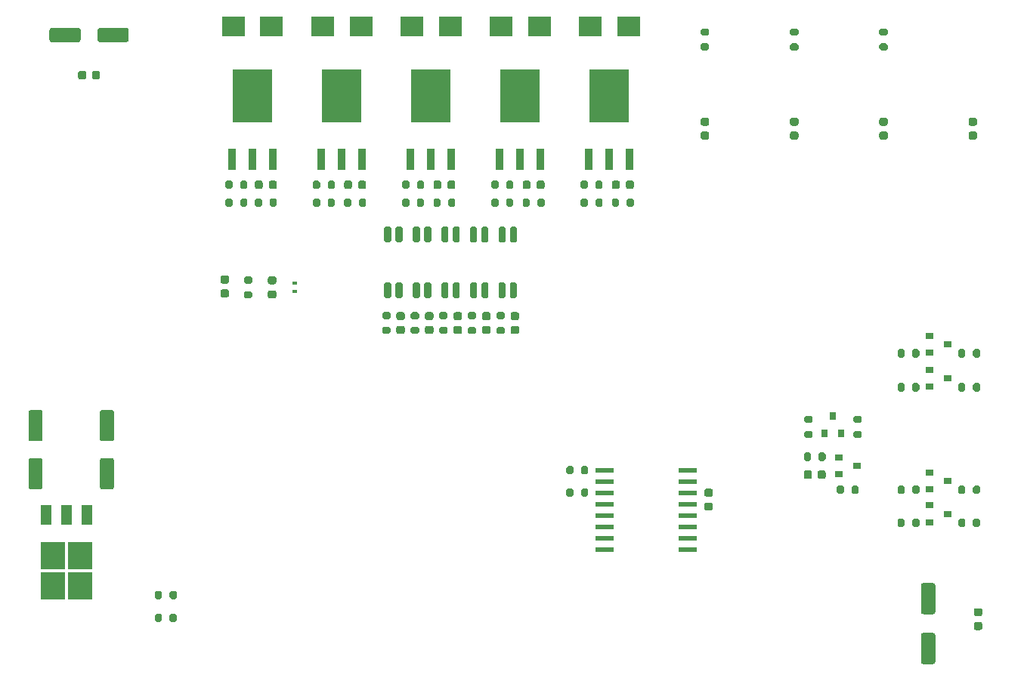
<source format=gtp>
%TF.GenerationSoftware,KiCad,Pcbnew,5.1.9-73d0e3b20d~88~ubuntu20.04.1*%
%TF.CreationDate,2021-10-11T11:35:55+05:30*%
%TF.ProjectId,vayuO2,76617975-4f32-42e6-9b69-6361645f7063,rev 2*%
%TF.SameCoordinates,Original*%
%TF.FileFunction,Paste,Top*%
%TF.FilePolarity,Positive*%
%FSLAX46Y46*%
G04 Gerber Fmt 4.6, Leading zero omitted, Abs format (unit mm)*
G04 Created by KiCad (PCBNEW 5.1.9-73d0e3b20d~88~ubuntu20.04.1) date 2021-10-11 11:35:55*
%MOMM*%
%LPD*%
G01*
G04 APERTURE LIST*
%ADD10R,0.900000X0.800000*%
%ADD11R,0.939800X2.489200*%
%ADD12R,4.368800X5.918200*%
%ADD13R,1.200000X2.200000*%
%ADD14R,2.750000X3.050000*%
%ADD15R,0.600000X0.400000*%
%ADD16R,1.998980X0.599440*%
%ADD17R,0.800000X0.900000*%
%ADD18R,2.500000X2.300000*%
G04 APERTURE END LIST*
D10*
X157200000Y-114000000D03*
X155200000Y-114950000D03*
X155200000Y-113050000D03*
X147000000Y-112300000D03*
X145000000Y-113250000D03*
X145000000Y-111350000D03*
G36*
G01*
X150275000Y-64075000D02*
X149725000Y-64075000D01*
G75*
G02*
X149525000Y-63875000I0J200000D01*
G01*
X149525000Y-63475000D01*
G75*
G02*
X149725000Y-63275000I200000J0D01*
G01*
X150275000Y-63275000D01*
G75*
G02*
X150475000Y-63475000I0J-200000D01*
G01*
X150475000Y-63875000D01*
G75*
G02*
X150275000Y-64075000I-200000J0D01*
G01*
G37*
G36*
G01*
X150275000Y-65725000D02*
X149725000Y-65725000D01*
G75*
G02*
X149525000Y-65525000I0J200000D01*
G01*
X149525000Y-65125000D01*
G75*
G02*
X149725000Y-64925000I200000J0D01*
G01*
X150275000Y-64925000D01*
G75*
G02*
X150475000Y-65125000I0J-200000D01*
G01*
X150475000Y-65525000D01*
G75*
G02*
X150275000Y-65725000I-200000J0D01*
G01*
G37*
G36*
G01*
X155550000Y-128950000D02*
X154450000Y-128950000D01*
G75*
G02*
X154200000Y-128700000I0J250000D01*
G01*
X154200000Y-125700000D01*
G75*
G02*
X154450000Y-125450000I250000J0D01*
G01*
X155550000Y-125450000D01*
G75*
G02*
X155800000Y-125700000I0J-250000D01*
G01*
X155800000Y-128700000D01*
G75*
G02*
X155550000Y-128950000I-250000J0D01*
G01*
G37*
G36*
G01*
X155550000Y-134550000D02*
X154450000Y-134550000D01*
G75*
G02*
X154200000Y-134300000I0J250000D01*
G01*
X154200000Y-131300000D01*
G75*
G02*
X154450000Y-131050000I250000J0D01*
G01*
X155550000Y-131050000D01*
G75*
G02*
X155800000Y-131300000I0J-250000D01*
G01*
X155800000Y-134300000D01*
G75*
G02*
X155550000Y-134550000I-250000J0D01*
G01*
G37*
G36*
G01*
X104265000Y-93525000D02*
X103865000Y-93525000D01*
G75*
G02*
X103665000Y-93325000I0J200000D01*
G01*
X103665000Y-91925000D01*
G75*
G02*
X103865000Y-91725000I200000J0D01*
G01*
X104265000Y-91725000D01*
G75*
G02*
X104465000Y-91925000I0J-200000D01*
G01*
X104465000Y-93325000D01*
G75*
G02*
X104265000Y-93525000I-200000J0D01*
G01*
G37*
G36*
G01*
X105535000Y-93525000D02*
X105135000Y-93525000D01*
G75*
G02*
X104935000Y-93325000I0J200000D01*
G01*
X104935000Y-91925000D01*
G75*
G02*
X105135000Y-91725000I200000J0D01*
G01*
X105535000Y-91725000D01*
G75*
G02*
X105735000Y-91925000I0J-200000D01*
G01*
X105735000Y-93325000D01*
G75*
G02*
X105535000Y-93525000I-200000J0D01*
G01*
G37*
G36*
G01*
X105535000Y-87275000D02*
X105135000Y-87275000D01*
G75*
G02*
X104935000Y-87075000I0J200000D01*
G01*
X104935000Y-85675000D01*
G75*
G02*
X105135000Y-85475000I200000J0D01*
G01*
X105535000Y-85475000D01*
G75*
G02*
X105735000Y-85675000I0J-200000D01*
G01*
X105735000Y-87075000D01*
G75*
G02*
X105535000Y-87275000I-200000J0D01*
G01*
G37*
G36*
G01*
X104265000Y-87275000D02*
X103865000Y-87275000D01*
G75*
G02*
X103665000Y-87075000I0J200000D01*
G01*
X103665000Y-85675000D01*
G75*
G02*
X103865000Y-85475000I200000J0D01*
G01*
X104265000Y-85475000D01*
G75*
G02*
X104465000Y-85675000I0J-200000D01*
G01*
X104465000Y-87075000D01*
G75*
G02*
X104265000Y-87275000I-200000J0D01*
G01*
G37*
G36*
G01*
X101065000Y-93525000D02*
X100665000Y-93525000D01*
G75*
G02*
X100465000Y-93325000I0J200000D01*
G01*
X100465000Y-91925000D01*
G75*
G02*
X100665000Y-91725000I200000J0D01*
G01*
X101065000Y-91725000D01*
G75*
G02*
X101265000Y-91925000I0J-200000D01*
G01*
X101265000Y-93325000D01*
G75*
G02*
X101065000Y-93525000I-200000J0D01*
G01*
G37*
G36*
G01*
X102335000Y-93525000D02*
X101935000Y-93525000D01*
G75*
G02*
X101735000Y-93325000I0J200000D01*
G01*
X101735000Y-91925000D01*
G75*
G02*
X101935000Y-91725000I200000J0D01*
G01*
X102335000Y-91725000D01*
G75*
G02*
X102535000Y-91925000I0J-200000D01*
G01*
X102535000Y-93325000D01*
G75*
G02*
X102335000Y-93525000I-200000J0D01*
G01*
G37*
G36*
G01*
X102335000Y-87275000D02*
X101935000Y-87275000D01*
G75*
G02*
X101735000Y-87075000I0J200000D01*
G01*
X101735000Y-85675000D01*
G75*
G02*
X101935000Y-85475000I200000J0D01*
G01*
X102335000Y-85475000D01*
G75*
G02*
X102535000Y-85675000I0J-200000D01*
G01*
X102535000Y-87075000D01*
G75*
G02*
X102335000Y-87275000I-200000J0D01*
G01*
G37*
G36*
G01*
X101065000Y-87275000D02*
X100665000Y-87275000D01*
G75*
G02*
X100465000Y-87075000I0J200000D01*
G01*
X100465000Y-85675000D01*
G75*
G02*
X100665000Y-85475000I200000J0D01*
G01*
X101065000Y-85475000D01*
G75*
G02*
X101265000Y-85675000I0J-200000D01*
G01*
X101265000Y-87075000D01*
G75*
G02*
X101065000Y-87275000I-200000J0D01*
G01*
G37*
G36*
G01*
X97865000Y-93525000D02*
X97465000Y-93525000D01*
G75*
G02*
X97265000Y-93325000I0J200000D01*
G01*
X97265000Y-91925000D01*
G75*
G02*
X97465000Y-91725000I200000J0D01*
G01*
X97865000Y-91725000D01*
G75*
G02*
X98065000Y-91925000I0J-200000D01*
G01*
X98065000Y-93325000D01*
G75*
G02*
X97865000Y-93525000I-200000J0D01*
G01*
G37*
G36*
G01*
X99135000Y-93525000D02*
X98735000Y-93525000D01*
G75*
G02*
X98535000Y-93325000I0J200000D01*
G01*
X98535000Y-91925000D01*
G75*
G02*
X98735000Y-91725000I200000J0D01*
G01*
X99135000Y-91725000D01*
G75*
G02*
X99335000Y-91925000I0J-200000D01*
G01*
X99335000Y-93325000D01*
G75*
G02*
X99135000Y-93525000I-200000J0D01*
G01*
G37*
G36*
G01*
X99135000Y-87275000D02*
X98735000Y-87275000D01*
G75*
G02*
X98535000Y-87075000I0J200000D01*
G01*
X98535000Y-85675000D01*
G75*
G02*
X98735000Y-85475000I200000J0D01*
G01*
X99135000Y-85475000D01*
G75*
G02*
X99335000Y-85675000I0J-200000D01*
G01*
X99335000Y-87075000D01*
G75*
G02*
X99135000Y-87275000I-200000J0D01*
G01*
G37*
G36*
G01*
X97865000Y-87275000D02*
X97465000Y-87275000D01*
G75*
G02*
X97265000Y-87075000I0J200000D01*
G01*
X97265000Y-85675000D01*
G75*
G02*
X97465000Y-85475000I200000J0D01*
G01*
X97865000Y-85475000D01*
G75*
G02*
X98065000Y-85675000I0J-200000D01*
G01*
X98065000Y-87075000D01*
G75*
G02*
X97865000Y-87275000I-200000J0D01*
G01*
G37*
G36*
G01*
X94665000Y-93525000D02*
X94265000Y-93525000D01*
G75*
G02*
X94065000Y-93325000I0J200000D01*
G01*
X94065000Y-91925000D01*
G75*
G02*
X94265000Y-91725000I200000J0D01*
G01*
X94665000Y-91725000D01*
G75*
G02*
X94865000Y-91925000I0J-200000D01*
G01*
X94865000Y-93325000D01*
G75*
G02*
X94665000Y-93525000I-200000J0D01*
G01*
G37*
G36*
G01*
X95935000Y-93525000D02*
X95535000Y-93525000D01*
G75*
G02*
X95335000Y-93325000I0J200000D01*
G01*
X95335000Y-91925000D01*
G75*
G02*
X95535000Y-91725000I200000J0D01*
G01*
X95935000Y-91725000D01*
G75*
G02*
X96135000Y-91925000I0J-200000D01*
G01*
X96135000Y-93325000D01*
G75*
G02*
X95935000Y-93525000I-200000J0D01*
G01*
G37*
G36*
G01*
X95935000Y-87275000D02*
X95535000Y-87275000D01*
G75*
G02*
X95335000Y-87075000I0J200000D01*
G01*
X95335000Y-85675000D01*
G75*
G02*
X95535000Y-85475000I200000J0D01*
G01*
X95935000Y-85475000D01*
G75*
G02*
X96135000Y-85675000I0J-200000D01*
G01*
X96135000Y-87075000D01*
G75*
G02*
X95935000Y-87275000I-200000J0D01*
G01*
G37*
G36*
G01*
X94665000Y-87275000D02*
X94265000Y-87275000D01*
G75*
G02*
X94065000Y-87075000I0J200000D01*
G01*
X94065000Y-85675000D01*
G75*
G02*
X94265000Y-85475000I200000J0D01*
G01*
X94665000Y-85475000D01*
G75*
G02*
X94865000Y-85675000I0J-200000D01*
G01*
X94865000Y-87075000D01*
G75*
G02*
X94665000Y-87275000I-200000J0D01*
G01*
G37*
G36*
G01*
X107465000Y-93525000D02*
X107065000Y-93525000D01*
G75*
G02*
X106865000Y-93325000I0J200000D01*
G01*
X106865000Y-91925000D01*
G75*
G02*
X107065000Y-91725000I200000J0D01*
G01*
X107465000Y-91725000D01*
G75*
G02*
X107665000Y-91925000I0J-200000D01*
G01*
X107665000Y-93325000D01*
G75*
G02*
X107465000Y-93525000I-200000J0D01*
G01*
G37*
G36*
G01*
X108735000Y-93525000D02*
X108335000Y-93525000D01*
G75*
G02*
X108135000Y-93325000I0J200000D01*
G01*
X108135000Y-91925000D01*
G75*
G02*
X108335000Y-91725000I200000J0D01*
G01*
X108735000Y-91725000D01*
G75*
G02*
X108935000Y-91925000I0J-200000D01*
G01*
X108935000Y-93325000D01*
G75*
G02*
X108735000Y-93525000I-200000J0D01*
G01*
G37*
G36*
G01*
X108735000Y-87275000D02*
X108335000Y-87275000D01*
G75*
G02*
X108135000Y-87075000I0J200000D01*
G01*
X108135000Y-85675000D01*
G75*
G02*
X108335000Y-85475000I200000J0D01*
G01*
X108735000Y-85475000D01*
G75*
G02*
X108935000Y-85675000I0J-200000D01*
G01*
X108935000Y-87075000D01*
G75*
G02*
X108735000Y-87275000I-200000J0D01*
G01*
G37*
G36*
G01*
X107465000Y-87275000D02*
X107065000Y-87275000D01*
G75*
G02*
X106865000Y-87075000I0J200000D01*
G01*
X106865000Y-85675000D01*
G75*
G02*
X107065000Y-85475000I200000J0D01*
G01*
X107465000Y-85475000D01*
G75*
G02*
X107665000Y-85675000I0J-200000D01*
G01*
X107665000Y-87075000D01*
G75*
G02*
X107465000Y-87275000I-200000J0D01*
G01*
G37*
G36*
G01*
X63550000Y-109550000D02*
X62450000Y-109550000D01*
G75*
G02*
X62200000Y-109300000I0J250000D01*
G01*
X62200000Y-106300000D01*
G75*
G02*
X62450000Y-106050000I250000J0D01*
G01*
X63550000Y-106050000D01*
G75*
G02*
X63800000Y-106300000I0J-250000D01*
G01*
X63800000Y-109300000D01*
G75*
G02*
X63550000Y-109550000I-250000J0D01*
G01*
G37*
G36*
G01*
X63550000Y-114950000D02*
X62450000Y-114950000D01*
G75*
G02*
X62200000Y-114700000I0J250000D01*
G01*
X62200000Y-111700000D01*
G75*
G02*
X62450000Y-111450000I250000J0D01*
G01*
X63550000Y-111450000D01*
G75*
G02*
X63800000Y-111700000I0J-250000D01*
G01*
X63800000Y-114700000D01*
G75*
G02*
X63550000Y-114950000I-250000J0D01*
G01*
G37*
G36*
G01*
X55550000Y-109550000D02*
X54450000Y-109550000D01*
G75*
G02*
X54200000Y-109300000I0J250000D01*
G01*
X54200000Y-106300000D01*
G75*
G02*
X54450000Y-106050000I250000J0D01*
G01*
X55550000Y-106050000D01*
G75*
G02*
X55800000Y-106300000I0J-250000D01*
G01*
X55800000Y-109300000D01*
G75*
G02*
X55550000Y-109550000I-250000J0D01*
G01*
G37*
G36*
G01*
X55550000Y-114950000D02*
X54450000Y-114950000D01*
G75*
G02*
X54200000Y-114700000I0J250000D01*
G01*
X54200000Y-111700000D01*
G75*
G02*
X54450000Y-111450000I250000J0D01*
G01*
X55550000Y-111450000D01*
G75*
G02*
X55800000Y-111700000I0J-250000D01*
G01*
X55800000Y-114700000D01*
G75*
G02*
X55550000Y-114950000I-250000J0D01*
G01*
G37*
G36*
G01*
X60050000Y-63450000D02*
X60050000Y-64550000D01*
G75*
G02*
X59800000Y-64800000I-250000J0D01*
G01*
X56800000Y-64800000D01*
G75*
G02*
X56550000Y-64550000I0J250000D01*
G01*
X56550000Y-63450000D01*
G75*
G02*
X56800000Y-63200000I250000J0D01*
G01*
X59800000Y-63200000D01*
G75*
G02*
X60050000Y-63450000I0J-250000D01*
G01*
G37*
G36*
G01*
X65450000Y-63450000D02*
X65450000Y-64550000D01*
G75*
G02*
X65200000Y-64800000I-250000J0D01*
G01*
X62200000Y-64800000D01*
G75*
G02*
X61950000Y-64550000I0J250000D01*
G01*
X61950000Y-63450000D01*
G75*
G02*
X62200000Y-63200000I250000J0D01*
G01*
X65200000Y-63200000D01*
G75*
G02*
X65450000Y-63450000I0J-250000D01*
G01*
G37*
G36*
G01*
X90375000Y-82525000D02*
X90375000Y-83075000D01*
G75*
G02*
X90175000Y-83275000I-200000J0D01*
G01*
X89775000Y-83275000D01*
G75*
G02*
X89575000Y-83075000I0J200000D01*
G01*
X89575000Y-82525000D01*
G75*
G02*
X89775000Y-82325000I200000J0D01*
G01*
X90175000Y-82325000D01*
G75*
G02*
X90375000Y-82525000I0J-200000D01*
G01*
G37*
G36*
G01*
X92025000Y-82525000D02*
X92025000Y-83075000D01*
G75*
G02*
X91825000Y-83275000I-200000J0D01*
G01*
X91425000Y-83275000D01*
G75*
G02*
X91225000Y-83075000I0J200000D01*
G01*
X91225000Y-82525000D01*
G75*
G02*
X91425000Y-82325000I200000J0D01*
G01*
X91825000Y-82325000D01*
G75*
G02*
X92025000Y-82525000I0J-200000D01*
G01*
G37*
D11*
X99300000Y-77943500D03*
X97014000Y-77943500D03*
X101586000Y-77943500D03*
D12*
X99300000Y-70844200D03*
D11*
X79300000Y-77943500D03*
X77014000Y-77943500D03*
X81586000Y-77943500D03*
D12*
X79300000Y-70844200D03*
G36*
G01*
X108950000Y-95975000D02*
X108450000Y-95975000D01*
G75*
G02*
X108225000Y-95750000I0J225000D01*
G01*
X108225000Y-95300000D01*
G75*
G02*
X108450000Y-95075000I225000J0D01*
G01*
X108950000Y-95075000D01*
G75*
G02*
X109175000Y-95300000I0J-225000D01*
G01*
X109175000Y-95750000D01*
G75*
G02*
X108950000Y-95975000I-225000J0D01*
G01*
G37*
G36*
G01*
X108950000Y-97525000D02*
X108450000Y-97525000D01*
G75*
G02*
X108225000Y-97300000I0J225000D01*
G01*
X108225000Y-96850000D01*
G75*
G02*
X108450000Y-96625000I225000J0D01*
G01*
X108950000Y-96625000D01*
G75*
G02*
X109175000Y-96850000I0J-225000D01*
G01*
X109175000Y-97300000D01*
G75*
G02*
X108950000Y-97525000I-225000J0D01*
G01*
G37*
G36*
G01*
X153225000Y-118975000D02*
X153225000Y-118425000D01*
G75*
G02*
X153425000Y-118225000I200000J0D01*
G01*
X153825000Y-118225000D01*
G75*
G02*
X154025000Y-118425000I0J-200000D01*
G01*
X154025000Y-118975000D01*
G75*
G02*
X153825000Y-119175000I-200000J0D01*
G01*
X153425000Y-119175000D01*
G75*
G02*
X153225000Y-118975000I0J200000D01*
G01*
G37*
G36*
G01*
X151575000Y-118975000D02*
X151575000Y-118425000D01*
G75*
G02*
X151775000Y-118225000I200000J0D01*
G01*
X152175000Y-118225000D01*
G75*
G02*
X152375000Y-118425000I0J-200000D01*
G01*
X152375000Y-118975000D01*
G75*
G02*
X152175000Y-119175000I-200000J0D01*
G01*
X151775000Y-119175000D01*
G75*
G02*
X151575000Y-118975000I0J200000D01*
G01*
G37*
G36*
G01*
X159175000Y-118425000D02*
X159175000Y-118975000D01*
G75*
G02*
X158975000Y-119175000I-200000J0D01*
G01*
X158575000Y-119175000D01*
G75*
G02*
X158375000Y-118975000I0J200000D01*
G01*
X158375000Y-118425000D01*
G75*
G02*
X158575000Y-118225000I200000J0D01*
G01*
X158975000Y-118225000D01*
G75*
G02*
X159175000Y-118425000I0J-200000D01*
G01*
G37*
G36*
G01*
X160825000Y-118425000D02*
X160825000Y-118975000D01*
G75*
G02*
X160625000Y-119175000I-200000J0D01*
G01*
X160225000Y-119175000D01*
G75*
G02*
X160025000Y-118975000I0J200000D01*
G01*
X160025000Y-118425000D01*
G75*
G02*
X160225000Y-118225000I200000J0D01*
G01*
X160625000Y-118225000D01*
G75*
G02*
X160825000Y-118425000I0J-200000D01*
G01*
G37*
D10*
X157200000Y-117700000D03*
X155200000Y-118650000D03*
X155200000Y-116750000D03*
D13*
X60780000Y-117800000D03*
X58500000Y-117800000D03*
X56220000Y-117800000D03*
D14*
X56975000Y-125775000D03*
X60025000Y-122425000D03*
X60025000Y-125775000D03*
X56975000Y-122425000D03*
G36*
G01*
X160850000Y-129175000D02*
X160350000Y-129175000D01*
G75*
G02*
X160125000Y-128950000I0J225000D01*
G01*
X160125000Y-128500000D01*
G75*
G02*
X160350000Y-128275000I225000J0D01*
G01*
X160850000Y-128275000D01*
G75*
G02*
X161075000Y-128500000I0J-225000D01*
G01*
X161075000Y-128950000D01*
G75*
G02*
X160850000Y-129175000I-225000J0D01*
G01*
G37*
G36*
G01*
X160850000Y-130725000D02*
X160350000Y-130725000D01*
G75*
G02*
X160125000Y-130500000I0J225000D01*
G01*
X160125000Y-130050000D01*
G75*
G02*
X160350000Y-129825000I225000J0D01*
G01*
X160850000Y-129825000D01*
G75*
G02*
X161075000Y-130050000I0J-225000D01*
G01*
X161075000Y-130500000D01*
G75*
G02*
X160850000Y-130725000I-225000J0D01*
G01*
G37*
G36*
G01*
X81756250Y-93525000D02*
X81243750Y-93525000D01*
G75*
G02*
X81025000Y-93306250I0J218750D01*
G01*
X81025000Y-92868750D01*
G75*
G02*
X81243750Y-92650000I218750J0D01*
G01*
X81756250Y-92650000D01*
G75*
G02*
X81975000Y-92868750I0J-218750D01*
G01*
X81975000Y-93306250D01*
G75*
G02*
X81756250Y-93525000I-218750J0D01*
G01*
G37*
G36*
G01*
X81756250Y-91950000D02*
X81243750Y-91950000D01*
G75*
G02*
X81025000Y-91731250I0J218750D01*
G01*
X81025000Y-91293750D01*
G75*
G02*
X81243750Y-91075000I218750J0D01*
G01*
X81756250Y-91075000D01*
G75*
G02*
X81975000Y-91293750I0J-218750D01*
G01*
X81975000Y-91731250D01*
G75*
G02*
X81756250Y-91950000I-218750J0D01*
G01*
G37*
G36*
G01*
X79075000Y-93525000D02*
X78525000Y-93525000D01*
G75*
G02*
X78325000Y-93325000I0J200000D01*
G01*
X78325000Y-92925000D01*
G75*
G02*
X78525000Y-92725000I200000J0D01*
G01*
X79075000Y-92725000D01*
G75*
G02*
X79275000Y-92925000I0J-200000D01*
G01*
X79275000Y-93325000D01*
G75*
G02*
X79075000Y-93525000I-200000J0D01*
G01*
G37*
G36*
G01*
X79075000Y-91875000D02*
X78525000Y-91875000D01*
G75*
G02*
X78325000Y-91675000I0J200000D01*
G01*
X78325000Y-91275000D01*
G75*
G02*
X78525000Y-91075000I200000J0D01*
G01*
X79075000Y-91075000D01*
G75*
G02*
X79275000Y-91275000I0J-200000D01*
G01*
X79275000Y-91675000D01*
G75*
G02*
X79075000Y-91875000I-200000J0D01*
G01*
G37*
D15*
X84000000Y-92750000D03*
X84000000Y-91850000D03*
G36*
G01*
X96875000Y-82525000D02*
X96875000Y-83075000D01*
G75*
G02*
X96675000Y-83275000I-200000J0D01*
G01*
X96275000Y-83275000D01*
G75*
G02*
X96075000Y-83075000I0J200000D01*
G01*
X96075000Y-82525000D01*
G75*
G02*
X96275000Y-82325000I200000J0D01*
G01*
X96675000Y-82325000D01*
G75*
G02*
X96875000Y-82525000I0J-200000D01*
G01*
G37*
G36*
G01*
X98525000Y-82525000D02*
X98525000Y-83075000D01*
G75*
G02*
X98325000Y-83275000I-200000J0D01*
G01*
X97925000Y-83275000D01*
G75*
G02*
X97725000Y-83075000I0J200000D01*
G01*
X97725000Y-82525000D01*
G75*
G02*
X97925000Y-82325000I200000J0D01*
G01*
X98325000Y-82325000D01*
G75*
G02*
X98525000Y-82525000I0J-200000D01*
G01*
G37*
D16*
X128050740Y-112855000D03*
X128050740Y-114125000D03*
X128050740Y-115395000D03*
X128050740Y-116665000D03*
X128050740Y-117935000D03*
X128050740Y-119205000D03*
X128050740Y-120475000D03*
X128050740Y-121745000D03*
X118749260Y-121745000D03*
X118749260Y-120475000D03*
X118749260Y-119205000D03*
X118749260Y-117935000D03*
X118749260Y-116665000D03*
X118749260Y-115395000D03*
X118749260Y-114125000D03*
X118749260Y-112855000D03*
G36*
G01*
X145575000Y-114725000D02*
X145575000Y-115275000D01*
G75*
G02*
X145375000Y-115475000I-200000J0D01*
G01*
X144975000Y-115475000D01*
G75*
G02*
X144775000Y-115275000I0J200000D01*
G01*
X144775000Y-114725000D01*
G75*
G02*
X144975000Y-114525000I200000J0D01*
G01*
X145375000Y-114525000D01*
G75*
G02*
X145575000Y-114725000I0J-200000D01*
G01*
G37*
G36*
G01*
X147225000Y-114725000D02*
X147225000Y-115275000D01*
G75*
G02*
X147025000Y-115475000I-200000J0D01*
G01*
X146625000Y-115475000D01*
G75*
G02*
X146425000Y-115275000I0J200000D01*
G01*
X146425000Y-114725000D01*
G75*
G02*
X146625000Y-114525000I200000J0D01*
G01*
X147025000Y-114525000D01*
G75*
G02*
X147225000Y-114725000I0J-200000D01*
G01*
G37*
G36*
G01*
X153225000Y-115275000D02*
X153225000Y-114725000D01*
G75*
G02*
X153425000Y-114525000I200000J0D01*
G01*
X153825000Y-114525000D01*
G75*
G02*
X154025000Y-114725000I0J-200000D01*
G01*
X154025000Y-115275000D01*
G75*
G02*
X153825000Y-115475000I-200000J0D01*
G01*
X153425000Y-115475000D01*
G75*
G02*
X153225000Y-115275000I0J200000D01*
G01*
G37*
G36*
G01*
X151575000Y-115275000D02*
X151575000Y-114725000D01*
G75*
G02*
X151775000Y-114525000I200000J0D01*
G01*
X152175000Y-114525000D01*
G75*
G02*
X152375000Y-114725000I0J-200000D01*
G01*
X152375000Y-115275000D01*
G75*
G02*
X152175000Y-115475000I-200000J0D01*
G01*
X151775000Y-115475000D01*
G75*
G02*
X151575000Y-115275000I0J200000D01*
G01*
G37*
G36*
G01*
X159175000Y-114725000D02*
X159175000Y-115275000D01*
G75*
G02*
X158975000Y-115475000I-200000J0D01*
G01*
X158575000Y-115475000D01*
G75*
G02*
X158375000Y-115275000I0J200000D01*
G01*
X158375000Y-114725000D01*
G75*
G02*
X158575000Y-114525000I200000J0D01*
G01*
X158975000Y-114525000D01*
G75*
G02*
X159175000Y-114725000I0J-200000D01*
G01*
G37*
G36*
G01*
X160825000Y-114725000D02*
X160825000Y-115275000D01*
G75*
G02*
X160625000Y-115475000I-200000J0D01*
G01*
X160225000Y-115475000D01*
G75*
G02*
X160025000Y-115275000I0J200000D01*
G01*
X160025000Y-114725000D01*
G75*
G02*
X160225000Y-114525000I200000J0D01*
G01*
X160625000Y-114525000D01*
G75*
G02*
X160825000Y-114725000I0J-200000D01*
G01*
G37*
G36*
G01*
X153225000Y-103775000D02*
X153225000Y-103225000D01*
G75*
G02*
X153425000Y-103025000I200000J0D01*
G01*
X153825000Y-103025000D01*
G75*
G02*
X154025000Y-103225000I0J-200000D01*
G01*
X154025000Y-103775000D01*
G75*
G02*
X153825000Y-103975000I-200000J0D01*
G01*
X153425000Y-103975000D01*
G75*
G02*
X153225000Y-103775000I0J200000D01*
G01*
G37*
G36*
G01*
X151575000Y-103775000D02*
X151575000Y-103225000D01*
G75*
G02*
X151775000Y-103025000I200000J0D01*
G01*
X152175000Y-103025000D01*
G75*
G02*
X152375000Y-103225000I0J-200000D01*
G01*
X152375000Y-103775000D01*
G75*
G02*
X152175000Y-103975000I-200000J0D01*
G01*
X151775000Y-103975000D01*
G75*
G02*
X151575000Y-103775000I0J200000D01*
G01*
G37*
G36*
G01*
X159175000Y-103225000D02*
X159175000Y-103775000D01*
G75*
G02*
X158975000Y-103975000I-200000J0D01*
G01*
X158575000Y-103975000D01*
G75*
G02*
X158375000Y-103775000I0J200000D01*
G01*
X158375000Y-103225000D01*
G75*
G02*
X158575000Y-103025000I200000J0D01*
G01*
X158975000Y-103025000D01*
G75*
G02*
X159175000Y-103225000I0J-200000D01*
G01*
G37*
G36*
G01*
X160825000Y-103225000D02*
X160825000Y-103775000D01*
G75*
G02*
X160625000Y-103975000I-200000J0D01*
G01*
X160225000Y-103975000D01*
G75*
G02*
X160025000Y-103775000I0J200000D01*
G01*
X160025000Y-103225000D01*
G75*
G02*
X160225000Y-103025000I200000J0D01*
G01*
X160625000Y-103025000D01*
G75*
G02*
X160825000Y-103225000I0J-200000D01*
G01*
G37*
G36*
G01*
X153225000Y-99975000D02*
X153225000Y-99425000D01*
G75*
G02*
X153425000Y-99225000I200000J0D01*
G01*
X153825000Y-99225000D01*
G75*
G02*
X154025000Y-99425000I0J-200000D01*
G01*
X154025000Y-99975000D01*
G75*
G02*
X153825000Y-100175000I-200000J0D01*
G01*
X153425000Y-100175000D01*
G75*
G02*
X153225000Y-99975000I0J200000D01*
G01*
G37*
G36*
G01*
X151575000Y-99975000D02*
X151575000Y-99425000D01*
G75*
G02*
X151775000Y-99225000I200000J0D01*
G01*
X152175000Y-99225000D01*
G75*
G02*
X152375000Y-99425000I0J-200000D01*
G01*
X152375000Y-99975000D01*
G75*
G02*
X152175000Y-100175000I-200000J0D01*
G01*
X151775000Y-100175000D01*
G75*
G02*
X151575000Y-99975000I0J200000D01*
G01*
G37*
G36*
G01*
X159175000Y-99425000D02*
X159175000Y-99975000D01*
G75*
G02*
X158975000Y-100175000I-200000J0D01*
G01*
X158575000Y-100175000D01*
G75*
G02*
X158375000Y-99975000I0J200000D01*
G01*
X158375000Y-99425000D01*
G75*
G02*
X158575000Y-99225000I200000J0D01*
G01*
X158975000Y-99225000D01*
G75*
G02*
X159175000Y-99425000I0J-200000D01*
G01*
G37*
G36*
G01*
X160825000Y-99425000D02*
X160825000Y-99975000D01*
G75*
G02*
X160625000Y-100175000I-200000J0D01*
G01*
X160225000Y-100175000D01*
G75*
G02*
X160025000Y-99975000I0J200000D01*
G01*
X160025000Y-99425000D01*
G75*
G02*
X160225000Y-99225000I200000J0D01*
G01*
X160625000Y-99225000D01*
G75*
G02*
X160825000Y-99425000I0J-200000D01*
G01*
G37*
G36*
G01*
X146825000Y-108375000D02*
X147375000Y-108375000D01*
G75*
G02*
X147575000Y-108575000I0J-200000D01*
G01*
X147575000Y-108975000D01*
G75*
G02*
X147375000Y-109175000I-200000J0D01*
G01*
X146825000Y-109175000D01*
G75*
G02*
X146625000Y-108975000I0J200000D01*
G01*
X146625000Y-108575000D01*
G75*
G02*
X146825000Y-108375000I200000J0D01*
G01*
G37*
G36*
G01*
X146825000Y-106725000D02*
X147375000Y-106725000D01*
G75*
G02*
X147575000Y-106925000I0J-200000D01*
G01*
X147575000Y-107325000D01*
G75*
G02*
X147375000Y-107525000I-200000J0D01*
G01*
X146825000Y-107525000D01*
G75*
G02*
X146625000Y-107325000I0J200000D01*
G01*
X146625000Y-106925000D01*
G75*
G02*
X146825000Y-106725000I200000J0D01*
G01*
G37*
G36*
G01*
X141875000Y-107525000D02*
X141325000Y-107525000D01*
G75*
G02*
X141125000Y-107325000I0J200000D01*
G01*
X141125000Y-106925000D01*
G75*
G02*
X141325000Y-106725000I200000J0D01*
G01*
X141875000Y-106725000D01*
G75*
G02*
X142075000Y-106925000I0J-200000D01*
G01*
X142075000Y-107325000D01*
G75*
G02*
X141875000Y-107525000I-200000J0D01*
G01*
G37*
G36*
G01*
X141875000Y-109175000D02*
X141325000Y-109175000D01*
G75*
G02*
X141125000Y-108975000I0J200000D01*
G01*
X141125000Y-108575000D01*
G75*
G02*
X141325000Y-108375000I200000J0D01*
G01*
X141875000Y-108375000D01*
G75*
G02*
X142075000Y-108575000I0J-200000D01*
G01*
X142075000Y-108975000D01*
G75*
G02*
X141875000Y-109175000I-200000J0D01*
G01*
G37*
G36*
G01*
X120375000Y-82525000D02*
X120375000Y-83075000D01*
G75*
G02*
X120175000Y-83275000I-200000J0D01*
G01*
X119775000Y-83275000D01*
G75*
G02*
X119575000Y-83075000I0J200000D01*
G01*
X119575000Y-82525000D01*
G75*
G02*
X119775000Y-82325000I200000J0D01*
G01*
X120175000Y-82325000D01*
G75*
G02*
X120375000Y-82525000I0J-200000D01*
G01*
G37*
G36*
G01*
X122025000Y-82525000D02*
X122025000Y-83075000D01*
G75*
G02*
X121825000Y-83275000I-200000J0D01*
G01*
X121425000Y-83275000D01*
G75*
G02*
X121225000Y-83075000I0J200000D01*
G01*
X121225000Y-82525000D01*
G75*
G02*
X121425000Y-82325000I200000J0D01*
G01*
X121825000Y-82325000D01*
G75*
G02*
X122025000Y-82525000I0J-200000D01*
G01*
G37*
G36*
G01*
X116875000Y-82525000D02*
X116875000Y-83075000D01*
G75*
G02*
X116675000Y-83275000I-200000J0D01*
G01*
X116275000Y-83275000D01*
G75*
G02*
X116075000Y-83075000I0J200000D01*
G01*
X116075000Y-82525000D01*
G75*
G02*
X116275000Y-82325000I200000J0D01*
G01*
X116675000Y-82325000D01*
G75*
G02*
X116875000Y-82525000I0J-200000D01*
G01*
G37*
G36*
G01*
X118525000Y-82525000D02*
X118525000Y-83075000D01*
G75*
G02*
X118325000Y-83275000I-200000J0D01*
G01*
X117925000Y-83275000D01*
G75*
G02*
X117725000Y-83075000I0J200000D01*
G01*
X117725000Y-82525000D01*
G75*
G02*
X117925000Y-82325000I200000J0D01*
G01*
X118325000Y-82325000D01*
G75*
G02*
X118525000Y-82525000I0J-200000D01*
G01*
G37*
G36*
G01*
X116875000Y-80525000D02*
X116875000Y-81075000D01*
G75*
G02*
X116675000Y-81275000I-200000J0D01*
G01*
X116275000Y-81275000D01*
G75*
G02*
X116075000Y-81075000I0J200000D01*
G01*
X116075000Y-80525000D01*
G75*
G02*
X116275000Y-80325000I200000J0D01*
G01*
X116675000Y-80325000D01*
G75*
G02*
X116875000Y-80525000I0J-200000D01*
G01*
G37*
G36*
G01*
X118525000Y-80525000D02*
X118525000Y-81075000D01*
G75*
G02*
X118325000Y-81275000I-200000J0D01*
G01*
X117925000Y-81275000D01*
G75*
G02*
X117725000Y-81075000I0J200000D01*
G01*
X117725000Y-80525000D01*
G75*
G02*
X117925000Y-80325000I200000J0D01*
G01*
X118325000Y-80325000D01*
G75*
G02*
X118525000Y-80525000I0J-200000D01*
G01*
G37*
G36*
G01*
X107375000Y-95875000D02*
X106825000Y-95875000D01*
G75*
G02*
X106625000Y-95675000I0J200000D01*
G01*
X106625000Y-95275000D01*
G75*
G02*
X106825000Y-95075000I200000J0D01*
G01*
X107375000Y-95075000D01*
G75*
G02*
X107575000Y-95275000I0J-200000D01*
G01*
X107575000Y-95675000D01*
G75*
G02*
X107375000Y-95875000I-200000J0D01*
G01*
G37*
G36*
G01*
X107375000Y-97525000D02*
X106825000Y-97525000D01*
G75*
G02*
X106625000Y-97325000I0J200000D01*
G01*
X106625000Y-96925000D01*
G75*
G02*
X106825000Y-96725000I200000J0D01*
G01*
X107375000Y-96725000D01*
G75*
G02*
X107575000Y-96925000I0J-200000D01*
G01*
X107575000Y-97325000D01*
G75*
G02*
X107375000Y-97525000I-200000J0D01*
G01*
G37*
G36*
G01*
X110375000Y-82525000D02*
X110375000Y-83075000D01*
G75*
G02*
X110175000Y-83275000I-200000J0D01*
G01*
X109775000Y-83275000D01*
G75*
G02*
X109575000Y-83075000I0J200000D01*
G01*
X109575000Y-82525000D01*
G75*
G02*
X109775000Y-82325000I200000J0D01*
G01*
X110175000Y-82325000D01*
G75*
G02*
X110375000Y-82525000I0J-200000D01*
G01*
G37*
G36*
G01*
X112025000Y-82525000D02*
X112025000Y-83075000D01*
G75*
G02*
X111825000Y-83275000I-200000J0D01*
G01*
X111425000Y-83275000D01*
G75*
G02*
X111225000Y-83075000I0J200000D01*
G01*
X111225000Y-82525000D01*
G75*
G02*
X111425000Y-82325000I200000J0D01*
G01*
X111825000Y-82325000D01*
G75*
G02*
X112025000Y-82525000I0J-200000D01*
G01*
G37*
G36*
G01*
X106875000Y-82525000D02*
X106875000Y-83075000D01*
G75*
G02*
X106675000Y-83275000I-200000J0D01*
G01*
X106275000Y-83275000D01*
G75*
G02*
X106075000Y-83075000I0J200000D01*
G01*
X106075000Y-82525000D01*
G75*
G02*
X106275000Y-82325000I200000J0D01*
G01*
X106675000Y-82325000D01*
G75*
G02*
X106875000Y-82525000I0J-200000D01*
G01*
G37*
G36*
G01*
X108525000Y-82525000D02*
X108525000Y-83075000D01*
G75*
G02*
X108325000Y-83275000I-200000J0D01*
G01*
X107925000Y-83275000D01*
G75*
G02*
X107725000Y-83075000I0J200000D01*
G01*
X107725000Y-82525000D01*
G75*
G02*
X107925000Y-82325000I200000J0D01*
G01*
X108325000Y-82325000D01*
G75*
G02*
X108525000Y-82525000I0J-200000D01*
G01*
G37*
G36*
G01*
X106875000Y-80525000D02*
X106875000Y-81075000D01*
G75*
G02*
X106675000Y-81275000I-200000J0D01*
G01*
X106275000Y-81275000D01*
G75*
G02*
X106075000Y-81075000I0J200000D01*
G01*
X106075000Y-80525000D01*
G75*
G02*
X106275000Y-80325000I200000J0D01*
G01*
X106675000Y-80325000D01*
G75*
G02*
X106875000Y-80525000I0J-200000D01*
G01*
G37*
G36*
G01*
X108525000Y-80525000D02*
X108525000Y-81075000D01*
G75*
G02*
X108325000Y-81275000I-200000J0D01*
G01*
X107925000Y-81275000D01*
G75*
G02*
X107725000Y-81075000I0J200000D01*
G01*
X107725000Y-80525000D01*
G75*
G02*
X107925000Y-80325000I200000J0D01*
G01*
X108325000Y-80325000D01*
G75*
G02*
X108525000Y-80525000I0J-200000D01*
G01*
G37*
G36*
G01*
X104175000Y-95875000D02*
X103625000Y-95875000D01*
G75*
G02*
X103425000Y-95675000I0J200000D01*
G01*
X103425000Y-95275000D01*
G75*
G02*
X103625000Y-95075000I200000J0D01*
G01*
X104175000Y-95075000D01*
G75*
G02*
X104375000Y-95275000I0J-200000D01*
G01*
X104375000Y-95675000D01*
G75*
G02*
X104175000Y-95875000I-200000J0D01*
G01*
G37*
G36*
G01*
X104175000Y-97525000D02*
X103625000Y-97525000D01*
G75*
G02*
X103425000Y-97325000I0J200000D01*
G01*
X103425000Y-96925000D01*
G75*
G02*
X103625000Y-96725000I200000J0D01*
G01*
X104175000Y-96725000D01*
G75*
G02*
X104375000Y-96925000I0J-200000D01*
G01*
X104375000Y-97325000D01*
G75*
G02*
X104175000Y-97525000I-200000J0D01*
G01*
G37*
G36*
G01*
X100375000Y-82525000D02*
X100375000Y-83075000D01*
G75*
G02*
X100175000Y-83275000I-200000J0D01*
G01*
X99775000Y-83275000D01*
G75*
G02*
X99575000Y-83075000I0J200000D01*
G01*
X99575000Y-82525000D01*
G75*
G02*
X99775000Y-82325000I200000J0D01*
G01*
X100175000Y-82325000D01*
G75*
G02*
X100375000Y-82525000I0J-200000D01*
G01*
G37*
G36*
G01*
X102025000Y-82525000D02*
X102025000Y-83075000D01*
G75*
G02*
X101825000Y-83275000I-200000J0D01*
G01*
X101425000Y-83275000D01*
G75*
G02*
X101225000Y-83075000I0J200000D01*
G01*
X101225000Y-82525000D01*
G75*
G02*
X101425000Y-82325000I200000J0D01*
G01*
X101825000Y-82325000D01*
G75*
G02*
X102025000Y-82525000I0J-200000D01*
G01*
G37*
G36*
G01*
X96875000Y-80525000D02*
X96875000Y-81075000D01*
G75*
G02*
X96675000Y-81275000I-200000J0D01*
G01*
X96275000Y-81275000D01*
G75*
G02*
X96075000Y-81075000I0J200000D01*
G01*
X96075000Y-80525000D01*
G75*
G02*
X96275000Y-80325000I200000J0D01*
G01*
X96675000Y-80325000D01*
G75*
G02*
X96875000Y-80525000I0J-200000D01*
G01*
G37*
G36*
G01*
X98525000Y-80525000D02*
X98525000Y-81075000D01*
G75*
G02*
X98325000Y-81275000I-200000J0D01*
G01*
X97925000Y-81275000D01*
G75*
G02*
X97725000Y-81075000I0J200000D01*
G01*
X97725000Y-80525000D01*
G75*
G02*
X97925000Y-80325000I200000J0D01*
G01*
X98325000Y-80325000D01*
G75*
G02*
X98525000Y-80525000I0J-200000D01*
G01*
G37*
G36*
G01*
X100975000Y-95875000D02*
X100425000Y-95875000D01*
G75*
G02*
X100225000Y-95675000I0J200000D01*
G01*
X100225000Y-95275000D01*
G75*
G02*
X100425000Y-95075000I200000J0D01*
G01*
X100975000Y-95075000D01*
G75*
G02*
X101175000Y-95275000I0J-200000D01*
G01*
X101175000Y-95675000D01*
G75*
G02*
X100975000Y-95875000I-200000J0D01*
G01*
G37*
G36*
G01*
X100975000Y-97525000D02*
X100425000Y-97525000D01*
G75*
G02*
X100225000Y-97325000I0J200000D01*
G01*
X100225000Y-96925000D01*
G75*
G02*
X100425000Y-96725000I200000J0D01*
G01*
X100975000Y-96725000D01*
G75*
G02*
X101175000Y-96925000I0J-200000D01*
G01*
X101175000Y-97325000D01*
G75*
G02*
X100975000Y-97525000I-200000J0D01*
G01*
G37*
G36*
G01*
X86875000Y-82525000D02*
X86875000Y-83075000D01*
G75*
G02*
X86675000Y-83275000I-200000J0D01*
G01*
X86275000Y-83275000D01*
G75*
G02*
X86075000Y-83075000I0J200000D01*
G01*
X86075000Y-82525000D01*
G75*
G02*
X86275000Y-82325000I200000J0D01*
G01*
X86675000Y-82325000D01*
G75*
G02*
X86875000Y-82525000I0J-200000D01*
G01*
G37*
G36*
G01*
X88525000Y-82525000D02*
X88525000Y-83075000D01*
G75*
G02*
X88325000Y-83275000I-200000J0D01*
G01*
X87925000Y-83275000D01*
G75*
G02*
X87725000Y-83075000I0J200000D01*
G01*
X87725000Y-82525000D01*
G75*
G02*
X87925000Y-82325000I200000J0D01*
G01*
X88325000Y-82325000D01*
G75*
G02*
X88525000Y-82525000I0J-200000D01*
G01*
G37*
G36*
G01*
X86875000Y-80525000D02*
X86875000Y-81075000D01*
G75*
G02*
X86675000Y-81275000I-200000J0D01*
G01*
X86275000Y-81275000D01*
G75*
G02*
X86075000Y-81075000I0J200000D01*
G01*
X86075000Y-80525000D01*
G75*
G02*
X86275000Y-80325000I200000J0D01*
G01*
X86675000Y-80325000D01*
G75*
G02*
X86875000Y-80525000I0J-200000D01*
G01*
G37*
G36*
G01*
X88525000Y-80525000D02*
X88525000Y-81075000D01*
G75*
G02*
X88325000Y-81275000I-200000J0D01*
G01*
X87925000Y-81275000D01*
G75*
G02*
X87725000Y-81075000I0J200000D01*
G01*
X87725000Y-80525000D01*
G75*
G02*
X87925000Y-80325000I200000J0D01*
G01*
X88325000Y-80325000D01*
G75*
G02*
X88525000Y-80525000I0J-200000D01*
G01*
G37*
G36*
G01*
X97775000Y-95875000D02*
X97225000Y-95875000D01*
G75*
G02*
X97025000Y-95675000I0J200000D01*
G01*
X97025000Y-95275000D01*
G75*
G02*
X97225000Y-95075000I200000J0D01*
G01*
X97775000Y-95075000D01*
G75*
G02*
X97975000Y-95275000I0J-200000D01*
G01*
X97975000Y-95675000D01*
G75*
G02*
X97775000Y-95875000I-200000J0D01*
G01*
G37*
G36*
G01*
X97775000Y-97525000D02*
X97225000Y-97525000D01*
G75*
G02*
X97025000Y-97325000I0J200000D01*
G01*
X97025000Y-96925000D01*
G75*
G02*
X97225000Y-96725000I200000J0D01*
G01*
X97775000Y-96725000D01*
G75*
G02*
X97975000Y-96925000I0J-200000D01*
G01*
X97975000Y-97325000D01*
G75*
G02*
X97775000Y-97525000I-200000J0D01*
G01*
G37*
G36*
G01*
X80375000Y-82525000D02*
X80375000Y-83075000D01*
G75*
G02*
X80175000Y-83275000I-200000J0D01*
G01*
X79775000Y-83275000D01*
G75*
G02*
X79575000Y-83075000I0J200000D01*
G01*
X79575000Y-82525000D01*
G75*
G02*
X79775000Y-82325000I200000J0D01*
G01*
X80175000Y-82325000D01*
G75*
G02*
X80375000Y-82525000I0J-200000D01*
G01*
G37*
G36*
G01*
X82025000Y-82525000D02*
X82025000Y-83075000D01*
G75*
G02*
X81825000Y-83275000I-200000J0D01*
G01*
X81425000Y-83275000D01*
G75*
G02*
X81225000Y-83075000I0J200000D01*
G01*
X81225000Y-82525000D01*
G75*
G02*
X81425000Y-82325000I200000J0D01*
G01*
X81825000Y-82325000D01*
G75*
G02*
X82025000Y-82525000I0J-200000D01*
G01*
G37*
G36*
G01*
X77075000Y-82525000D02*
X77075000Y-83075000D01*
G75*
G02*
X76875000Y-83275000I-200000J0D01*
G01*
X76475000Y-83275000D01*
G75*
G02*
X76275000Y-83075000I0J200000D01*
G01*
X76275000Y-82525000D01*
G75*
G02*
X76475000Y-82325000I200000J0D01*
G01*
X76875000Y-82325000D01*
G75*
G02*
X77075000Y-82525000I0J-200000D01*
G01*
G37*
G36*
G01*
X78725000Y-82525000D02*
X78725000Y-83075000D01*
G75*
G02*
X78525000Y-83275000I-200000J0D01*
G01*
X78125000Y-83275000D01*
G75*
G02*
X77925000Y-83075000I0J200000D01*
G01*
X77925000Y-82525000D01*
G75*
G02*
X78125000Y-82325000I200000J0D01*
G01*
X78525000Y-82325000D01*
G75*
G02*
X78725000Y-82525000I0J-200000D01*
G01*
G37*
G36*
G01*
X77075000Y-80525000D02*
X77075000Y-81075000D01*
G75*
G02*
X76875000Y-81275000I-200000J0D01*
G01*
X76475000Y-81275000D01*
G75*
G02*
X76275000Y-81075000I0J200000D01*
G01*
X76275000Y-80525000D01*
G75*
G02*
X76475000Y-80325000I200000J0D01*
G01*
X76875000Y-80325000D01*
G75*
G02*
X77075000Y-80525000I0J-200000D01*
G01*
G37*
G36*
G01*
X78725000Y-80525000D02*
X78725000Y-81075000D01*
G75*
G02*
X78525000Y-81275000I-200000J0D01*
G01*
X78125000Y-81275000D01*
G75*
G02*
X77925000Y-81075000I0J200000D01*
G01*
X77925000Y-80525000D01*
G75*
G02*
X78125000Y-80325000I200000J0D01*
G01*
X78525000Y-80325000D01*
G75*
G02*
X78725000Y-80525000I0J-200000D01*
G01*
G37*
G36*
G01*
X94575000Y-95875000D02*
X94025000Y-95875000D01*
G75*
G02*
X93825000Y-95675000I0J200000D01*
G01*
X93825000Y-95275000D01*
G75*
G02*
X94025000Y-95075000I200000J0D01*
G01*
X94575000Y-95075000D01*
G75*
G02*
X94775000Y-95275000I0J-200000D01*
G01*
X94775000Y-95675000D01*
G75*
G02*
X94575000Y-95875000I-200000J0D01*
G01*
G37*
G36*
G01*
X94575000Y-97525000D02*
X94025000Y-97525000D01*
G75*
G02*
X93825000Y-97325000I0J200000D01*
G01*
X93825000Y-96925000D01*
G75*
G02*
X94025000Y-96725000I200000J0D01*
G01*
X94575000Y-96725000D01*
G75*
G02*
X94775000Y-96925000I0J-200000D01*
G01*
X94775000Y-97325000D01*
G75*
G02*
X94575000Y-97525000I-200000J0D01*
G01*
G37*
G36*
G01*
X70025000Y-127075000D02*
X70025000Y-126525000D01*
G75*
G02*
X70225000Y-126325000I200000J0D01*
G01*
X70625000Y-126325000D01*
G75*
G02*
X70825000Y-126525000I0J-200000D01*
G01*
X70825000Y-127075000D01*
G75*
G02*
X70625000Y-127275000I-200000J0D01*
G01*
X70225000Y-127275000D01*
G75*
G02*
X70025000Y-127075000I0J200000D01*
G01*
G37*
G36*
G01*
X68375000Y-127075000D02*
X68375000Y-126525000D01*
G75*
G02*
X68575000Y-126325000I200000J0D01*
G01*
X68975000Y-126325000D01*
G75*
G02*
X69175000Y-126525000I0J-200000D01*
G01*
X69175000Y-127075000D01*
G75*
G02*
X68975000Y-127275000I-200000J0D01*
G01*
X68575000Y-127275000D01*
G75*
G02*
X68375000Y-127075000I0J200000D01*
G01*
G37*
G36*
G01*
X70025000Y-129625000D02*
X70025000Y-129075000D01*
G75*
G02*
X70225000Y-128875000I200000J0D01*
G01*
X70625000Y-128875000D01*
G75*
G02*
X70825000Y-129075000I0J-200000D01*
G01*
X70825000Y-129625000D01*
G75*
G02*
X70625000Y-129825000I-200000J0D01*
G01*
X70225000Y-129825000D01*
G75*
G02*
X70025000Y-129625000I0J200000D01*
G01*
G37*
G36*
G01*
X68375000Y-129625000D02*
X68375000Y-129075000D01*
G75*
G02*
X68575000Y-128875000I200000J0D01*
G01*
X68975000Y-128875000D01*
G75*
G02*
X69175000Y-129075000I0J-200000D01*
G01*
X69175000Y-129625000D01*
G75*
G02*
X68975000Y-129825000I-200000J0D01*
G01*
X68575000Y-129825000D01*
G75*
G02*
X68375000Y-129625000I0J200000D01*
G01*
G37*
G36*
G01*
X116125000Y-113075000D02*
X116125000Y-112525000D01*
G75*
G02*
X116325000Y-112325000I200000J0D01*
G01*
X116725000Y-112325000D01*
G75*
G02*
X116925000Y-112525000I0J-200000D01*
G01*
X116925000Y-113075000D01*
G75*
G02*
X116725000Y-113275000I-200000J0D01*
G01*
X116325000Y-113275000D01*
G75*
G02*
X116125000Y-113075000I0J200000D01*
G01*
G37*
G36*
G01*
X114475000Y-113075000D02*
X114475000Y-112525000D01*
G75*
G02*
X114675000Y-112325000I200000J0D01*
G01*
X115075000Y-112325000D01*
G75*
G02*
X115275000Y-112525000I0J-200000D01*
G01*
X115275000Y-113075000D01*
G75*
G02*
X115075000Y-113275000I-200000J0D01*
G01*
X114675000Y-113275000D01*
G75*
G02*
X114475000Y-113075000I0J200000D01*
G01*
G37*
G36*
G01*
X116125000Y-115575000D02*
X116125000Y-115025000D01*
G75*
G02*
X116325000Y-114825000I200000J0D01*
G01*
X116725000Y-114825000D01*
G75*
G02*
X116925000Y-115025000I0J-200000D01*
G01*
X116925000Y-115575000D01*
G75*
G02*
X116725000Y-115775000I-200000J0D01*
G01*
X116325000Y-115775000D01*
G75*
G02*
X116125000Y-115575000I0J200000D01*
G01*
G37*
G36*
G01*
X114475000Y-115575000D02*
X114475000Y-115025000D01*
G75*
G02*
X114675000Y-114825000I200000J0D01*
G01*
X115075000Y-114825000D01*
G75*
G02*
X115275000Y-115025000I0J-200000D01*
G01*
X115275000Y-115575000D01*
G75*
G02*
X115075000Y-115775000I-200000J0D01*
G01*
X114675000Y-115775000D01*
G75*
G02*
X114475000Y-115575000I0J200000D01*
G01*
G37*
G36*
G01*
X141875000Y-111025000D02*
X141875000Y-111575000D01*
G75*
G02*
X141675000Y-111775000I-200000J0D01*
G01*
X141275000Y-111775000D01*
G75*
G02*
X141075000Y-111575000I0J200000D01*
G01*
X141075000Y-111025000D01*
G75*
G02*
X141275000Y-110825000I200000J0D01*
G01*
X141675000Y-110825000D01*
G75*
G02*
X141875000Y-111025000I0J-200000D01*
G01*
G37*
G36*
G01*
X143525000Y-111025000D02*
X143525000Y-111575000D01*
G75*
G02*
X143325000Y-111775000I-200000J0D01*
G01*
X142925000Y-111775000D01*
G75*
G02*
X142725000Y-111575000I0J200000D01*
G01*
X142725000Y-111025000D01*
G75*
G02*
X142925000Y-110825000I200000J0D01*
G01*
X143325000Y-110825000D01*
G75*
G02*
X143525000Y-111025000I0J-200000D01*
G01*
G37*
G36*
G01*
X140275000Y-64075000D02*
X139725000Y-64075000D01*
G75*
G02*
X139525000Y-63875000I0J200000D01*
G01*
X139525000Y-63475000D01*
G75*
G02*
X139725000Y-63275000I200000J0D01*
G01*
X140275000Y-63275000D01*
G75*
G02*
X140475000Y-63475000I0J-200000D01*
G01*
X140475000Y-63875000D01*
G75*
G02*
X140275000Y-64075000I-200000J0D01*
G01*
G37*
G36*
G01*
X140275000Y-65725000D02*
X139725000Y-65725000D01*
G75*
G02*
X139525000Y-65525000I0J200000D01*
G01*
X139525000Y-65125000D01*
G75*
G02*
X139725000Y-64925000I200000J0D01*
G01*
X140275000Y-64925000D01*
G75*
G02*
X140475000Y-65125000I0J-200000D01*
G01*
X140475000Y-65525000D01*
G75*
G02*
X140275000Y-65725000I-200000J0D01*
G01*
G37*
G36*
G01*
X130275000Y-64075000D02*
X129725000Y-64075000D01*
G75*
G02*
X129525000Y-63875000I0J200000D01*
G01*
X129525000Y-63475000D01*
G75*
G02*
X129725000Y-63275000I200000J0D01*
G01*
X130275000Y-63275000D01*
G75*
G02*
X130475000Y-63475000I0J-200000D01*
G01*
X130475000Y-63875000D01*
G75*
G02*
X130275000Y-64075000I-200000J0D01*
G01*
G37*
G36*
G01*
X130275000Y-65725000D02*
X129725000Y-65725000D01*
G75*
G02*
X129525000Y-65525000I0J200000D01*
G01*
X129525000Y-65125000D01*
G75*
G02*
X129725000Y-64925000I200000J0D01*
G01*
X130275000Y-64925000D01*
G75*
G02*
X130475000Y-65125000I0J-200000D01*
G01*
X130475000Y-65525000D01*
G75*
G02*
X130275000Y-65725000I-200000J0D01*
G01*
G37*
D10*
X157200000Y-102500000D03*
X155200000Y-103450000D03*
X155200000Y-101550000D03*
X157200000Y-98700000D03*
X155200000Y-99650000D03*
X155200000Y-97750000D03*
D17*
X144300000Y-106700000D03*
X145250000Y-108700000D03*
X143350000Y-108700000D03*
D11*
X119300000Y-77943500D03*
X117014000Y-77943500D03*
X121586000Y-77943500D03*
D12*
X119300000Y-70844200D03*
D11*
X109300000Y-77943500D03*
X107014000Y-77943500D03*
X111586000Y-77943500D03*
D12*
X109300000Y-70844200D03*
D11*
X89300000Y-77943500D03*
X87014000Y-77943500D03*
X91586000Y-77943500D03*
D12*
X89300000Y-70844200D03*
G36*
G01*
X121150000Y-81056250D02*
X121150000Y-80543750D01*
G75*
G02*
X121368750Y-80325000I218750J0D01*
G01*
X121806250Y-80325000D01*
G75*
G02*
X122025000Y-80543750I0J-218750D01*
G01*
X122025000Y-81056250D01*
G75*
G02*
X121806250Y-81275000I-218750J0D01*
G01*
X121368750Y-81275000D01*
G75*
G02*
X121150000Y-81056250I0J218750D01*
G01*
G37*
G36*
G01*
X119575000Y-81056250D02*
X119575000Y-80543750D01*
G75*
G02*
X119793750Y-80325000I218750J0D01*
G01*
X120231250Y-80325000D01*
G75*
G02*
X120450000Y-80543750I0J-218750D01*
G01*
X120450000Y-81056250D01*
G75*
G02*
X120231250Y-81275000I-218750J0D01*
G01*
X119793750Y-81275000D01*
G75*
G02*
X119575000Y-81056250I0J218750D01*
G01*
G37*
D18*
X117150000Y-63000000D03*
X121450000Y-63000000D03*
G36*
G01*
X111150000Y-81056250D02*
X111150000Y-80543750D01*
G75*
G02*
X111368750Y-80325000I218750J0D01*
G01*
X111806250Y-80325000D01*
G75*
G02*
X112025000Y-80543750I0J-218750D01*
G01*
X112025000Y-81056250D01*
G75*
G02*
X111806250Y-81275000I-218750J0D01*
G01*
X111368750Y-81275000D01*
G75*
G02*
X111150000Y-81056250I0J218750D01*
G01*
G37*
G36*
G01*
X109575000Y-81056250D02*
X109575000Y-80543750D01*
G75*
G02*
X109793750Y-80325000I218750J0D01*
G01*
X110231250Y-80325000D01*
G75*
G02*
X110450000Y-80543750I0J-218750D01*
G01*
X110450000Y-81056250D01*
G75*
G02*
X110231250Y-81275000I-218750J0D01*
G01*
X109793750Y-81275000D01*
G75*
G02*
X109575000Y-81056250I0J218750D01*
G01*
G37*
X107150000Y-63000000D03*
X111450000Y-63000000D03*
G36*
G01*
X101150000Y-81056250D02*
X101150000Y-80543750D01*
G75*
G02*
X101368750Y-80325000I218750J0D01*
G01*
X101806250Y-80325000D01*
G75*
G02*
X102025000Y-80543750I0J-218750D01*
G01*
X102025000Y-81056250D01*
G75*
G02*
X101806250Y-81275000I-218750J0D01*
G01*
X101368750Y-81275000D01*
G75*
G02*
X101150000Y-81056250I0J218750D01*
G01*
G37*
G36*
G01*
X99575000Y-81056250D02*
X99575000Y-80543750D01*
G75*
G02*
X99793750Y-80325000I218750J0D01*
G01*
X100231250Y-80325000D01*
G75*
G02*
X100450000Y-80543750I0J-218750D01*
G01*
X100450000Y-81056250D01*
G75*
G02*
X100231250Y-81275000I-218750J0D01*
G01*
X99793750Y-81275000D01*
G75*
G02*
X99575000Y-81056250I0J218750D01*
G01*
G37*
X97150000Y-63000000D03*
X101450000Y-63000000D03*
G36*
G01*
X91150000Y-81056250D02*
X91150000Y-80543750D01*
G75*
G02*
X91368750Y-80325000I218750J0D01*
G01*
X91806250Y-80325000D01*
G75*
G02*
X92025000Y-80543750I0J-218750D01*
G01*
X92025000Y-81056250D01*
G75*
G02*
X91806250Y-81275000I-218750J0D01*
G01*
X91368750Y-81275000D01*
G75*
G02*
X91150000Y-81056250I0J218750D01*
G01*
G37*
G36*
G01*
X89575000Y-81056250D02*
X89575000Y-80543750D01*
G75*
G02*
X89793750Y-80325000I218750J0D01*
G01*
X90231250Y-80325000D01*
G75*
G02*
X90450000Y-80543750I0J-218750D01*
G01*
X90450000Y-81056250D01*
G75*
G02*
X90231250Y-81275000I-218750J0D01*
G01*
X89793750Y-81275000D01*
G75*
G02*
X89575000Y-81056250I0J218750D01*
G01*
G37*
G36*
G01*
X81150000Y-81056250D02*
X81150000Y-80543750D01*
G75*
G02*
X81368750Y-80325000I218750J0D01*
G01*
X81806250Y-80325000D01*
G75*
G02*
X82025000Y-80543750I0J-218750D01*
G01*
X82025000Y-81056250D01*
G75*
G02*
X81806250Y-81275000I-218750J0D01*
G01*
X81368750Y-81275000D01*
G75*
G02*
X81150000Y-81056250I0J218750D01*
G01*
G37*
G36*
G01*
X79575000Y-81056250D02*
X79575000Y-80543750D01*
G75*
G02*
X79793750Y-80325000I218750J0D01*
G01*
X80231250Y-80325000D01*
G75*
G02*
X80450000Y-80543750I0J-218750D01*
G01*
X80450000Y-81056250D01*
G75*
G02*
X80231250Y-81275000I-218750J0D01*
G01*
X79793750Y-81275000D01*
G75*
G02*
X79575000Y-81056250I0J218750D01*
G01*
G37*
X77150000Y-63000000D03*
X81450000Y-63000000D03*
X87150000Y-63000000D03*
X91450000Y-63000000D03*
G36*
G01*
X141975000Y-113050000D02*
X141975000Y-113550000D01*
G75*
G02*
X141750000Y-113775000I-225000J0D01*
G01*
X141300000Y-113775000D01*
G75*
G02*
X141075000Y-113550000I0J225000D01*
G01*
X141075000Y-113050000D01*
G75*
G02*
X141300000Y-112825000I225000J0D01*
G01*
X141750000Y-112825000D01*
G75*
G02*
X141975000Y-113050000I0J-225000D01*
G01*
G37*
G36*
G01*
X143525000Y-113050000D02*
X143525000Y-113550000D01*
G75*
G02*
X143300000Y-113775000I-225000J0D01*
G01*
X142850000Y-113775000D01*
G75*
G02*
X142625000Y-113550000I0J225000D01*
G01*
X142625000Y-113050000D01*
G75*
G02*
X142850000Y-112825000I225000J0D01*
G01*
X143300000Y-112825000D01*
G75*
G02*
X143525000Y-113050000I0J-225000D01*
G01*
G37*
G36*
G01*
X105750000Y-95975000D02*
X105250000Y-95975000D01*
G75*
G02*
X105025000Y-95750000I0J225000D01*
G01*
X105025000Y-95300000D01*
G75*
G02*
X105250000Y-95075000I225000J0D01*
G01*
X105750000Y-95075000D01*
G75*
G02*
X105975000Y-95300000I0J-225000D01*
G01*
X105975000Y-95750000D01*
G75*
G02*
X105750000Y-95975000I-225000J0D01*
G01*
G37*
G36*
G01*
X105750000Y-97525000D02*
X105250000Y-97525000D01*
G75*
G02*
X105025000Y-97300000I0J225000D01*
G01*
X105025000Y-96850000D01*
G75*
G02*
X105250000Y-96625000I225000J0D01*
G01*
X105750000Y-96625000D01*
G75*
G02*
X105975000Y-96850000I0J-225000D01*
G01*
X105975000Y-97300000D01*
G75*
G02*
X105750000Y-97525000I-225000J0D01*
G01*
G37*
G36*
G01*
X102550000Y-95975000D02*
X102050000Y-95975000D01*
G75*
G02*
X101825000Y-95750000I0J225000D01*
G01*
X101825000Y-95300000D01*
G75*
G02*
X102050000Y-95075000I225000J0D01*
G01*
X102550000Y-95075000D01*
G75*
G02*
X102775000Y-95300000I0J-225000D01*
G01*
X102775000Y-95750000D01*
G75*
G02*
X102550000Y-95975000I-225000J0D01*
G01*
G37*
G36*
G01*
X102550000Y-97525000D02*
X102050000Y-97525000D01*
G75*
G02*
X101825000Y-97300000I0J225000D01*
G01*
X101825000Y-96850000D01*
G75*
G02*
X102050000Y-96625000I225000J0D01*
G01*
X102550000Y-96625000D01*
G75*
G02*
X102775000Y-96850000I0J-225000D01*
G01*
X102775000Y-97300000D01*
G75*
G02*
X102550000Y-97525000I-225000J0D01*
G01*
G37*
G36*
G01*
X99350000Y-95975000D02*
X98850000Y-95975000D01*
G75*
G02*
X98625000Y-95750000I0J225000D01*
G01*
X98625000Y-95300000D01*
G75*
G02*
X98850000Y-95075000I225000J0D01*
G01*
X99350000Y-95075000D01*
G75*
G02*
X99575000Y-95300000I0J-225000D01*
G01*
X99575000Y-95750000D01*
G75*
G02*
X99350000Y-95975000I-225000J0D01*
G01*
G37*
G36*
G01*
X99350000Y-97525000D02*
X98850000Y-97525000D01*
G75*
G02*
X98625000Y-97300000I0J225000D01*
G01*
X98625000Y-96850000D01*
G75*
G02*
X98850000Y-96625000I225000J0D01*
G01*
X99350000Y-96625000D01*
G75*
G02*
X99575000Y-96850000I0J-225000D01*
G01*
X99575000Y-97300000D01*
G75*
G02*
X99350000Y-97525000I-225000J0D01*
G01*
G37*
G36*
G01*
X96150000Y-95975000D02*
X95650000Y-95975000D01*
G75*
G02*
X95425000Y-95750000I0J225000D01*
G01*
X95425000Y-95300000D01*
G75*
G02*
X95650000Y-95075000I225000J0D01*
G01*
X96150000Y-95075000D01*
G75*
G02*
X96375000Y-95300000I0J-225000D01*
G01*
X96375000Y-95750000D01*
G75*
G02*
X96150000Y-95975000I-225000J0D01*
G01*
G37*
G36*
G01*
X96150000Y-97525000D02*
X95650000Y-97525000D01*
G75*
G02*
X95425000Y-97300000I0J225000D01*
G01*
X95425000Y-96850000D01*
G75*
G02*
X95650000Y-96625000I225000J0D01*
G01*
X96150000Y-96625000D01*
G75*
G02*
X96375000Y-96850000I0J-225000D01*
G01*
X96375000Y-97300000D01*
G75*
G02*
X96150000Y-97525000I-225000J0D01*
G01*
G37*
G36*
G01*
X75950000Y-92525000D02*
X76450000Y-92525000D01*
G75*
G02*
X76675000Y-92750000I0J-225000D01*
G01*
X76675000Y-93200000D01*
G75*
G02*
X76450000Y-93425000I-225000J0D01*
G01*
X75950000Y-93425000D01*
G75*
G02*
X75725000Y-93200000I0J225000D01*
G01*
X75725000Y-92750000D01*
G75*
G02*
X75950000Y-92525000I225000J0D01*
G01*
G37*
G36*
G01*
X75950000Y-90975000D02*
X76450000Y-90975000D01*
G75*
G02*
X76675000Y-91200000I0J-225000D01*
G01*
X76675000Y-91650000D01*
G75*
G02*
X76450000Y-91875000I-225000J0D01*
G01*
X75950000Y-91875000D01*
G75*
G02*
X75725000Y-91650000I0J225000D01*
G01*
X75725000Y-91200000D01*
G75*
G02*
X75950000Y-90975000I225000J0D01*
G01*
G37*
G36*
G01*
X60675000Y-68250000D02*
X60675000Y-68750000D01*
G75*
G02*
X60450000Y-68975000I-225000J0D01*
G01*
X60000000Y-68975000D01*
G75*
G02*
X59775000Y-68750000I0J225000D01*
G01*
X59775000Y-68250000D01*
G75*
G02*
X60000000Y-68025000I225000J0D01*
G01*
X60450000Y-68025000D01*
G75*
G02*
X60675000Y-68250000I0J-225000D01*
G01*
G37*
G36*
G01*
X62225000Y-68250000D02*
X62225000Y-68750000D01*
G75*
G02*
X62000000Y-68975000I-225000J0D01*
G01*
X61550000Y-68975000D01*
G75*
G02*
X61325000Y-68750000I0J225000D01*
G01*
X61325000Y-68250000D01*
G75*
G02*
X61550000Y-68025000I225000J0D01*
G01*
X62000000Y-68025000D01*
G75*
G02*
X62225000Y-68250000I0J-225000D01*
G01*
G37*
G36*
G01*
X130150000Y-116425000D02*
X130650000Y-116425000D01*
G75*
G02*
X130875000Y-116650000I0J-225000D01*
G01*
X130875000Y-117100000D01*
G75*
G02*
X130650000Y-117325000I-225000J0D01*
G01*
X130150000Y-117325000D01*
G75*
G02*
X129925000Y-117100000I0J225000D01*
G01*
X129925000Y-116650000D01*
G75*
G02*
X130150000Y-116425000I225000J0D01*
G01*
G37*
G36*
G01*
X130150000Y-114875000D02*
X130650000Y-114875000D01*
G75*
G02*
X130875000Y-115100000I0J-225000D01*
G01*
X130875000Y-115550000D01*
G75*
G02*
X130650000Y-115775000I-225000J0D01*
G01*
X130150000Y-115775000D01*
G75*
G02*
X129925000Y-115550000I0J225000D01*
G01*
X129925000Y-115100000D01*
G75*
G02*
X130150000Y-114875000I225000J0D01*
G01*
G37*
G36*
G01*
X149750000Y-74825000D02*
X150250000Y-74825000D01*
G75*
G02*
X150475000Y-75050000I0J-225000D01*
G01*
X150475000Y-75500000D01*
G75*
G02*
X150250000Y-75725000I-225000J0D01*
G01*
X149750000Y-75725000D01*
G75*
G02*
X149525000Y-75500000I0J225000D01*
G01*
X149525000Y-75050000D01*
G75*
G02*
X149750000Y-74825000I225000J0D01*
G01*
G37*
G36*
G01*
X149750000Y-73275000D02*
X150250000Y-73275000D01*
G75*
G02*
X150475000Y-73500000I0J-225000D01*
G01*
X150475000Y-73950000D01*
G75*
G02*
X150250000Y-74175000I-225000J0D01*
G01*
X149750000Y-74175000D01*
G75*
G02*
X149525000Y-73950000I0J225000D01*
G01*
X149525000Y-73500000D01*
G75*
G02*
X149750000Y-73275000I225000J0D01*
G01*
G37*
G36*
G01*
X159750000Y-74825000D02*
X160250000Y-74825000D01*
G75*
G02*
X160475000Y-75050000I0J-225000D01*
G01*
X160475000Y-75500000D01*
G75*
G02*
X160250000Y-75725000I-225000J0D01*
G01*
X159750000Y-75725000D01*
G75*
G02*
X159525000Y-75500000I0J225000D01*
G01*
X159525000Y-75050000D01*
G75*
G02*
X159750000Y-74825000I225000J0D01*
G01*
G37*
G36*
G01*
X159750000Y-73275000D02*
X160250000Y-73275000D01*
G75*
G02*
X160475000Y-73500000I0J-225000D01*
G01*
X160475000Y-73950000D01*
G75*
G02*
X160250000Y-74175000I-225000J0D01*
G01*
X159750000Y-74175000D01*
G75*
G02*
X159525000Y-73950000I0J225000D01*
G01*
X159525000Y-73500000D01*
G75*
G02*
X159750000Y-73275000I225000J0D01*
G01*
G37*
G36*
G01*
X129750000Y-74825000D02*
X130250000Y-74825000D01*
G75*
G02*
X130475000Y-75050000I0J-225000D01*
G01*
X130475000Y-75500000D01*
G75*
G02*
X130250000Y-75725000I-225000J0D01*
G01*
X129750000Y-75725000D01*
G75*
G02*
X129525000Y-75500000I0J225000D01*
G01*
X129525000Y-75050000D01*
G75*
G02*
X129750000Y-74825000I225000J0D01*
G01*
G37*
G36*
G01*
X129750000Y-73275000D02*
X130250000Y-73275000D01*
G75*
G02*
X130475000Y-73500000I0J-225000D01*
G01*
X130475000Y-73950000D01*
G75*
G02*
X130250000Y-74175000I-225000J0D01*
G01*
X129750000Y-74175000D01*
G75*
G02*
X129525000Y-73950000I0J225000D01*
G01*
X129525000Y-73500000D01*
G75*
G02*
X129750000Y-73275000I225000J0D01*
G01*
G37*
G36*
G01*
X139750000Y-74825000D02*
X140250000Y-74825000D01*
G75*
G02*
X140475000Y-75050000I0J-225000D01*
G01*
X140475000Y-75500000D01*
G75*
G02*
X140250000Y-75725000I-225000J0D01*
G01*
X139750000Y-75725000D01*
G75*
G02*
X139525000Y-75500000I0J225000D01*
G01*
X139525000Y-75050000D01*
G75*
G02*
X139750000Y-74825000I225000J0D01*
G01*
G37*
G36*
G01*
X139750000Y-73275000D02*
X140250000Y-73275000D01*
G75*
G02*
X140475000Y-73500000I0J-225000D01*
G01*
X140475000Y-73950000D01*
G75*
G02*
X140250000Y-74175000I-225000J0D01*
G01*
X139750000Y-74175000D01*
G75*
G02*
X139525000Y-73950000I0J225000D01*
G01*
X139525000Y-73500000D01*
G75*
G02*
X139750000Y-73275000I225000J0D01*
G01*
G37*
M02*

</source>
